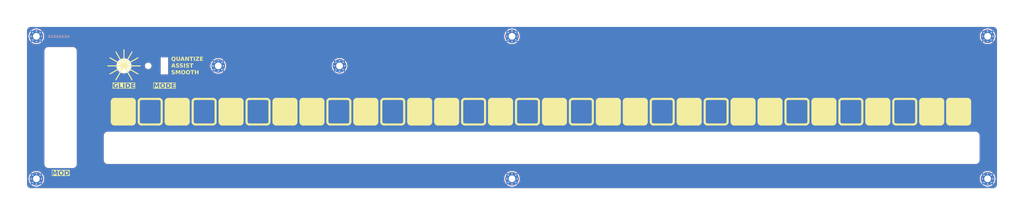
<source format=kicad_pcb>
(kicad_pcb (version 20221018) (generator pcbnew)
  (title_block (title "Ribbon Controller Front Panel") (date "2023-03-28") (rev "0") (comment 1 "creativecommons.org/licenses/by/4.0/") (comment 2 "License: CC by 4.0") (comment 3 "Author: Jordan Aceto"))
  (layers (0 "F.Cu" signal) (31 "B.Cu" signal) (34 "B.Paste" user) (35 "F.Paste" user) (36 "B.SilkS" user "B.Silkscreen") (37 "F.SilkS" user "F.Silkscreen") (38 "B.Mask" user) (39 "F.Mask" user) (44 "Edge.Cuts" user))
  (net 0 "")
  (net 1 "GND")
  (footprint "MountingHole:MountingHole_3.2mm_M3_Pad_Via" (layer "F.Cu") (at 143.51 173.355)
    (fp_text reference "H7" hide)
    (fp_text value "MountingHole_Pad" hide)
    (pad "1" thru_hole circle (at -2.4 0) (size 0.8 0.8) (drill 0.5) (layers "*.Cu" "*.Mask") (net 1 "GND"))
    (pad "1" thru_hole circle (at -1.697056 -1.697056) (size 0.8 0.8) (drill 0.5) (layers "*.Cu" "*.Mask") (net 1 "GND"))
    (pad "1" thru_hole circle (at -1.697056 1.697056) (size 0.8 0.8) (drill 0.5) (layers "*.Cu" "*.Mask") (net 1 "GND"))
    (pad "1" thru_hole circle (at 0 -2.4) (size 0.8 0.8) (drill 0.5) (layers "*.Cu" "*.Mask") (net 1 "GND"))
    (pad "1" thru_hole circle (at 0 0) (size 6.4 6.4) (drill 3.2) (layers "*.Cu" "*.Mask") (net 1 "GND"))
    (pad "1" thru_hole circle (at 0 2.4) (size 0.8 0.8) (drill 0.5) (layers "*.Cu" "*.Mask") (net 1 "GND"))
    (pad "1" thru_hole circle (at 1.697056 -1.697056) (size 0.8 0.8) (drill 0.5) (layers "*.Cu" "*.Mask") (net 1 "GND"))
    (pad "1" thru_hole circle (at 1.697056 1.697056) (size 0.8 0.8) (drill 0.5) (layers "*.Cu" "*.Mask") (net 1 "GND"))
    (pad "1" thru_hole circle (at 2.4 0) (size 0.8 0.8) (drill 0.5) (layers "*.Cu" "*.Mask") (net 1 "GND"))
  )
  (footprint "MountingHole:MountingHole_3.2mm_M3_Pad_Via" (layer "F.Cu") (at 200.66 173.355)
    (fp_text reference "H8" hide)
    (fp_text value "MountingHole_Pad" hide)
    (pad "1" thru_hole circle (at -2.4 0) (size 0.8 0.8) (drill 0.5) (layers "*.Cu" "*.Mask") (net 1 "GND"))
    (pad "1" thru_hole circle (at -1.697056 -1.697056) (size 0.8 0.8) (drill 0.5) (layers "*.Cu" "*.Mask") (net 1 "GND"))
    (pad "1" thru_hole circle (at -1.697056 1.697056) (size 0.8 0.8) (drill 0.5) (layers "*.Cu" "*.Mask") (net 1 "GND"))
    (pad "1" thru_hole circle (at 0 -2.4) (size 0.8 0.8) (drill 0.5) (layers "*.Cu" "*.Mask") (net 1 "GND"))
    (pad "1" thru_hole circle (at 0 0) (size 6.4 6.4) (drill 3.2) (layers "*.Cu" "*.Mask") (net 1 "GND"))
    (pad "1" thru_hole circle (at 0 2.4) (size 0.8 0.8) (drill 0.5) (layers "*.Cu" "*.Mask") (net 1 "GND"))
    (pad "1" thru_hole circle (at 1.697056 -1.697056) (size 0.8 0.8) (drill 0.5) (layers "*.Cu" "*.Mask") (net 1 "GND"))
    (pad "1" thru_hole circle (at 1.697056 1.697056) (size 0.8 0.8) (drill 0.5) (layers "*.Cu" "*.Mask") (net 1 "GND"))
    (pad "1" thru_hole circle (at 2.4 0) (size 0.8 0.8) (drill 0.5) (layers "*.Cu" "*.Mask") (net 1 "GND"))
  )
  (footprint "MountingHole:MountingHole_3.2mm_M3_Pad_Via" (layer "F.Cu") (at 281.94 226.695)
    (fp_text reference "H4" hide)
    (fp_text value "MountingHole_Pad" hide)
    (pad "1" thru_hole circle (at -2.4 0) (size 0.8 0.8) (drill 0.5) (layers "*.Cu" "*.Mask") (net 1 "GND"))
    (pad "1" thru_hole circle (at -1.697056 -1.697056) (size 0.8 0.8) (drill 0.5) (layers "*.Cu" "*.Mask") (net 1 "GND"))
    (pad "1" thru_hole circle (at -1.697056 1.697056) (size 0.8 0.8) (drill 0.5) (layers "*.Cu" "*.Mask") (net 1 "GND"))
    (pad "1" thru_hole circle (at 0 -2.4) (size 0.8 0.8) (drill 0.5) (layers "*.Cu" "*.Mask") (net 1 "GND"))
    (pad "1" thru_hole circle (at 0 0) (size 6.4 6.4) (drill 3.2) (layers "*.Cu" "*.Mask") (net 1 "GND"))
    (pad "1" thru_hole circle (at 0 2.4) (size 0.8 0.8) (drill 0.5) (layers "*.Cu" "*.Mask") (net 1 "GND"))
    (pad "1" thru_hole circle (at 1.697056 -1.697056) (size 0.8 0.8) (drill 0.5) (layers "*.Cu" "*.Mask") (net 1 "GND"))
    (pad "1" thru_hole circle (at 1.697056 1.697056) (size 0.8 0.8) (drill 0.5) (layers "*.Cu" "*.Mask") (net 1 "GND"))
    (pad "1" thru_hole circle (at 2.4 0) (size 0.8 0.8) (drill 0.5) (layers "*.Cu" "*.Mask") (net 1 "GND"))
  )
  (footprint "MountingHole:MountingHole_3.2mm_M3_Pad_Via" (layer "F.Cu") (at 506.095 226.695)
    (fp_text reference "H6" hide)
    (fp_text value "MountingHole_Pad" hide)
    (pad "1" thru_hole circle (at -2.4 0) (size 0.8 0.8) (drill 0.5) (layers "*.Cu" "*.Mask") (net 1 "GND"))
    (pad "1" thru_hole circle (at -1.697056 -1.697056) (size 0.8 0.8) (drill 0.5) (layers "*.Cu" "*.Mask") (net 1 "GND"))
    (pad "1" thru_hole circle (at -1.697056 1.697056) (size 0.8 0.8) (drill 0.5) (layers "*.Cu" "*.Mask") (net 1 "GND"))
    (pad "1" thru_hole circle (at 0 -2.4) (size 0.8 0.8) (drill 0.5) (layers "*.Cu" "*.Mask") (net 1 "GND"))
    (pad "1" thru_hole circle (at 0 0) (size 6.4 6.4) (drill 3.2) (layers "*.Cu" "*.Mask") (net 1 "GND"))
    (pad "1" thru_hole circle (at 0 2.4) (size 0.8 0.8) (drill 0.5) (layers "*.Cu" "*.Mask") (net 1 "GND"))
    (pad "1" thru_hole circle (at 1.697056 -1.697056) (size 0.8 0.8) (drill 0.5) (layers "*.Cu" "*.Mask") (net 1 "GND"))
    (pad "1" thru_hole circle (at 1.697056 1.697056) (size 0.8 0.8) (drill 0.5) (layers "*.Cu" "*.Mask") (net 1 "GND"))
    (pad "1" thru_hole circle (at 2.4 0) (size 0.8 0.8) (drill 0.5) (layers "*.Cu" "*.Mask") (net 1 "GND"))
  )
  (footprint "MountingHole:MountingHole_3.2mm_M3_Pad_Via" (layer "F.Cu") (at 57.785 159.385)
    (fp_text reference "H1" hide)
    (fp_text value "MountingHole_Pad" hide)
    (pad "1" thru_hole circle (at -2.4 0) (size 0.8 0.8) (drill 0.5) (layers "*.Cu" "*.Mask") (net 1 "GND"))
    (pad "1" thru_hole circle (at -1.697056 -1.697056) (size 0.8 0.8) (drill 0.5) (layers "*.Cu" "*.Mask") (net 1 "GND"))
    (pad "1" thru_hole circle (at -1.697056 1.697056) (size 0.8 0.8) (drill 0.5) (layers "*.Cu" "*.Mask") (net 1 "GND"))
    (pad "1" thru_hole circle (at 0 -2.4) (size 0.8 0.8) (drill 0.5) (layers "*.Cu" "*.Mask") (net 1 "GND"))
    (pad "1" thru_hole circle (at 0 0) (size 6.4 6.4) (drill 3.2) (layers "*.Cu" "*.Mask") (net 1 "GND"))
    (pad "1" thru_hole circle (at 0 2.4) (size 0.8 0.8) (drill 0.5) (layers "*.Cu" "*.Mask") (net 1 "GND"))
    (pad "1" thru_hole circle (at 1.697056 -1.697056) (size 0.8 0.8) (drill 0.5) (layers "*.Cu" "*.Mask") (net 1 "GND"))
    (pad "1" thru_hole circle (at 1.697056 1.697056) (size 0.8 0.8) (drill 0.5) (layers "*.Cu" "*.Mask") (net 1 "GND"))
    (pad "1" thru_hole circle (at 2.4 0) (size 0.8 0.8) (drill 0.5) (layers "*.Cu" "*.Mask") (net 1 "GND"))
  )
  (footprint "MountingHole:MountingHole_3.2mm_M3_Pad_Via" (layer "F.Cu") (at 506.095 159.385)
    (fp_text reference "H5" hide)
    (fp_text value "MountingHole_Pad" hide)
    (pad "1" thru_hole circle (at -2.4 0) (size 0.8 0.8) (drill 0.5) (layers "*.Cu" "*.Mask") (net 1 "GND"))
    (pad "1" thru_hole circle (at -1.697056 -1.697056) (size 0.8 0.8) (drill 0.5) (layers "*.Cu" "*.Mask") (net 1 "GND"))
    (pad "1" thru_hole circle (at -1.697056 1.697056) (size 0.8 0.8) (drill 0.5) (layers "*.Cu" "*.Mask") (net 1 "GND"))
    (pad "1" thru_hole circle (at 0 -2.4) (size 0.8 0.8) (drill 0.5) (layers "*.Cu" "*.Mask") (net 1 "GND"))
    (pad "1" thru_hole circle (at 0 0) (size 6.4 6.4) (drill 3.2) (layers "*.Cu" "*.Mask") (net 1 "GND"))
    (pad "1" thru_hole circle (at 0 2.4) (size 0.8 0.8) (drill 0.5) (layers "*.Cu" "*.Mask") (net 1 "GND"))
    (pad "1" thru_hole circle (at 1.697056 -1.697056) (size 0.8 0.8) (drill 0.5) (layers "*.Cu" "*.Mask") (net 1 "GND"))
    (pad "1" thru_hole circle (at 1.697056 1.697056) (size 0.8 0.8) (drill 0.5) (layers "*.Cu" "*.Mask") (net 1 "GND"))
    (pad "1" thru_hole circle (at 2.4 0) (size 0.8 0.8) (drill 0.5) (layers "*.Cu" "*.Mask") (net 1 "GND"))
  )
  (footprint "MountingHole:MountingHole_3.2mm_M3_Pad_Via" (layer "F.Cu") (at 281.94 159.385)
    (fp_text reference "H3" hide)
    (fp_text value "MountingHole_Pad" hide)
    (pad "1" thru_hole circle (at -2.4 0) (size 0.8 0.8) (drill 0.5) (layers "*.Cu" "*.Mask") (net 1 "GND"))
    (pad "1" thru_hole circle (at -1.697056 -1.697056) (size 0.8 0.8) (drill 0.5) (layers "*.Cu" "*.Mask") (net 1 "GND"))
    (pad "1" thru_hole circle (at -1.697056 1.697056) (size 0.8 0.8) (drill 0.5) (layers "*.Cu" "*.Mask") (net 1 "GND"))
    (pad "1" thru_hole circle (at 0 -2.4) (size 0.8 0.8) (drill 0.5) (layers "*.Cu" "*.Mask") (net 1 "GND"))
    (pad "1" thru_hole circle (at 0 0) (size 6.4 6.4) (drill 3.2) (layers "*.Cu" "*.Mask") (net 1 "GND"))
    (pad "1" thru_hole circle (at 0 2.4) (size 0.8 0.8) (drill 0.5) (layers "*.Cu" "*.Mask") (net 1 "GND"))
    (pad "1" thru_hole circle (at 1.697056 -1.697056) (size 0.8 0.8) (drill 0.5) (layers "*.Cu" "*.Mask") (net 1 "GND"))
    (pad "1" thru_hole circle (at 1.697056 1.697056) (size 0.8 0.8) (drill 0.5) (layers "*.Cu" "*.Mask") (net 1 "GND"))
    (pad "1" thru_hole circle (at 2.4 0) (size 0.8 0.8) (drill 0.5) (layers "*.Cu" "*.Mask") (net 1 "GND"))
  )
  (footprint "MountingHole:MountingHole_3.2mm_M3_Pad_Via" (layer "F.Cu") (at 57.785 226.695)
    (fp_text reference "H2" hide)
    (fp_text value "MountingHole_Pad" hide)
    (pad "1" thru_hole circle (at -2.4 0) (size 0.8 0.8) (drill 0.5) (layers "*.Cu" "*.Mask") (net 1 "GND"))
    (pad "1" thru_hole circle (at -1.697056 -1.697056) (size 0.8 0.8) (drill 0.5) (layers "*.Cu" "*.Mask") (net 1 "GND"))
    (pad "1" thru_hole circle (at -1.697056 1.697056) (size 0.8 0.8) (drill 0.5) (layers "*.Cu" "*.Mask") (net 1 "GND"))
    (pad "1" thru_hole circle (at 0 -2.4) (size 0.8 0.8) (drill 0.5) (layers "*.Cu" "*.Mask") (net 1 "GND"))
    (pad "1" thru_hole circle (at 0 0) (size 6.4 6.4) (drill 3.2) (layers "*.Cu" "*.Mask") (net 1 "GND"))
    (pad "1" thru_hole circle (at 0 2.4) (size 0.8 0.8) (drill 0.5) (layers "*.Cu" "*.Mask") (net 1 "GND"))
    (pad "1" thru_hole circle (at 1.697056 -1.697056) (size 0.8 0.8) (drill 0.5) (layers "*.Cu" "*.Mask") (net 1 "GND"))
    (pad "1" thru_hole circle (at 1.697056 1.697056) (size 0.8 0.8) (drill 0.5) (layers "*.Cu" "*.Mask") (net 1 "GND"))
    (pad "1" thru_hole circle (at 2.4 0) (size 0.8 0.8) (drill 0.5) (layers "*.Cu" "*.Mask") (net 1 "GND"))
  )
  (gr_line (start 255.27 201.031974) (end 247.015 201.031974) (stroke (width 1)) (layer "F.SilkS"))
  (gr_arc (start 221.615 201.031974) (mid 220.716984 200.659998) (end 220.345 199.761974) (stroke (width 1)) (layer "F.SilkS"))
  (gr_arc (start 259.715 201.031974) (mid 258.816984 200.659998) (end 258.445 199.761974) (stroke (width 1)) (layer "F.SilkS"))
  (gr_arc (start 258.445 190.236974) (mid 258.816984 189.338965) (end 259.715 188.966974) (stroke (width 1)) (layer "F.SilkS"))
  (gr_arc (start 242.57 188.966974) (mid 243.468035 189.338947) (end 243.84 190.236974) (stroke (width 1)) (layer "F.SilkS"))
  (gr_rect (start 144.516974 189.338948) (end 154.568027 200.660001) (stroke (width 1)) (fill none) (layer "F.SilkS"))
  (gr_rect (start 233.416974 189.338948) (end 243.468027 200.660001) (stroke (width 1)) (fill solid) (layer "F.SilkS"))
  (gr_arc (start 256.54 199.761974) (mid 256.168035 200.660016) (end 255.27 201.031974) (stroke (width 1)) (layer "F.SilkS"))
  (gr_line (start 194.945 190.236974) (end 194.945 199.761974) (stroke (width 1)) (layer "F.SilkS"))
  (gr_line (start 220.345 190.236974) (end 220.345 199.761974) (stroke (width 1)) (layer "F.SilkS"))
  (gr_arc (start 372.745 190.236974) (mid 373.116984 189.338965) (end 374.015 188.966974) (stroke (width 1)) (layer "F.SilkS"))
  (gr_rect (start 487.416974 189.338948) (end 497.468027 200.660001) (stroke (width 1)) (fill solid) (layer "F.SilkS"))
  (gr_rect (start 360.416974 189.338948) (end 370.468027 200.660001) (stroke (width 1)) (fill solid) (layer "F.SilkS"))
  (gr_rect (start 296.916974 189.338948) (end 306.968027 200.660001) (stroke (width 1)) (fill none) (layer "F.SilkS"))
  (gr_arc (start 360.045 190.236974) (mid 360.416984 189.338965) (end 361.315 188.966974) (stroke (width 1)) (layer "F.SilkS"))
  (gr_arc (start 459.74 199.761974) (mid 459.368035 200.660016) (end 458.47 201.031974) (stroke (width 1)) (layer "F.SilkS"))
  (gr_arc (start 344.17 188.966974) (mid 345.068035 189.338947) (end 345.44 190.236974) (stroke (width 1)) (layer "F.SilkS"))
  (gr_rect (start 487.416974 189.338948) (end 497.468027 200.660001) (stroke (width 1)) (fill none) (layer "F.SilkS"))
  (gr_arc (start 129.54 199.761974) (mid 129.168035 200.660016) (end 128.27 201.031974) (stroke (width 1)) (layer "F.SilkS"))
  (gr_line (start 306.07 188.966974) (end 297.815 188.966974) (stroke (width 1)) (layer "F.SilkS"))
  (gr_arc (start 220.345 190.236974) (mid 220.716984 189.338965) (end 221.615 188.966974) (stroke (width 1)) (layer "F.SilkS"))
  (gr_line (start 369.57 188.966974) (end 361.315 188.966974) (stroke (width 1)) (layer "F.SilkS"))
  (gr_arc (start 334.645 190.236974) (mid 335.016984 189.338965) (end 335.915 188.966974) (stroke (width 1)) (layer "F.SilkS"))
  (gr_line (start 129.54 190.236974) (end 129.54 199.761974) (stroke (width 1)) (layer "F.SilkS"))
  (gr_arc (start 497.84 199.761974) (mid 497.468035 200.660016) (end 496.57 201.031974) (stroke (width 1)) (layer "F.SilkS"))
  (gr_arc (start 496.57 188.966974) (mid 497.468035 189.338947) (end 497.84 190.236974) (stroke (width 1)) (layer "F.SilkS"))
  (gr_arc (start 385.445 190.236974) (mid 385.816984 189.338965) (end 386.715 188.966974) (stroke (width 1)) (layer "F.SilkS"))
  (gr_arc (start 370.84 199.761974) (mid 370.468035 200.660016) (end 369.57 201.031974) (stroke (width 1)) (layer "F.SilkS"))
  (gr_arc (start 269.24 199.761974) (mid 268.868035 200.660016) (end 267.97 201.031974) (stroke (width 1)) (layer "F.SilkS"))
  (gr_line (start 191.77 201.031974) (end 183.515 201.031974) (stroke (width 1)) (layer "F.SilkS"))
  (gr_rect (start 423.916974 189.338948) (end 433.968027 200.660001) (stroke (width 1)) (fill none) (layer "F.SilkS"))
  (gr_line (start 128.27 201.031974) (end 120.015 201.031974) (stroke (width 1)) (layer "F.SilkS"))
  (gr_line (start 217.17 188.966974) (end 208.915 188.966974) (stroke (width 1)) (layer "F.SilkS"))
  (gr_line (start 154.94 190.236974) (end 154.94 199.761974) (stroke (width 1)) (layer "F.SilkS"))
  (gr_line (start 99.06 173.355) (end 92.460886 177.165) (stroke (width 0.5)) (layer "F.SilkS"))
  (gr_line (start 99.06 173.355) (end 105.659114 177.165) (stroke (width 0.5)) (layer "F.SilkS"))
  (gr_line (start 459.74 190.236974) (end 459.74 199.761974) (stroke (width 1)) (layer "F.SilkS"))
  (gr_arc (start 347.345 190.236974) (mid 347.716984 189.338965) (end 348.615 188.966974) (stroke (width 1)) (layer "F.SilkS"))
  (gr_line (start 487.045 190.236974) (end 487.045 199.761974) (stroke (width 1)) (layer "F.SilkS"))
  (gr_line (start 283.845 190.236974) (end 283.845 199.761974) (stroke (width 1)) (layer "F.SilkS"))
  (gr_line (start 180.34 190.236974) (end 180.34 199.761974) (stroke (width 1)) (layer "F.SilkS"))
  (gr_line (start 331.47 201.031974) (end 323.215 201.031974) (stroke (width 1)) (layer "F.SilkS"))
  (gr_line (start 99.06 173.355) (end 99.06 165.735) (stroke (width 0.5)) (layer "F.SilkS"))
  (gr_rect (start 93.716974 189.338948) (end 103.768027 200.660001) (stroke (width 1)) (fill none) (layer "F.SilkS"))
  (gr_rect (start 169.916974 189.338948) (end 179.968027 200.660001) (stroke (width 1)) (fill none) (layer "F.SilkS"))
  (gr_line (start 99.06 173.355) (end 102.87 166.755886) (stroke (width 0.5)) (layer "F.SilkS"))
  (gr_line (start 471.17 201.031974) (end 462.915 201.031974) (stroke (width 1)) (layer "F.SilkS"))
  (gr_arc (start 321.945 190.236974) (mid 322.316984 189.338965) (end 323.215 188.966974) (stroke (width 1)) (layer "F.SilkS"))
  (gr_arc (start 229.87 188.966974) (mid 230.768035 189.338947) (end 231.14 190.236974) (stroke (width 1)) (layer "F.SilkS"))
  (gr_arc (start 306.07 188.966974) (mid 306.968035 189.338947) (end 307.34 190.236974) (stroke (width 1)) (layer "F.SilkS"))
  (gr_arc (start 294.64 199.761974) (mid 294.268035 200.660016) (end 293.37 201.031974) (stroke (width 1)) (layer "F.SilkS"))
  (gr_arc (start 394.97 188.966974) (mid 395.868035 189.338947) (end 396.24 190.236974) (stroke (width 1)) (layer "F.SilkS"))
  (gr_line (start 474.345 190.236974) (end 474.345 199.761974) (stroke (width 1)) (layer "F.SilkS"))
  (gr_line (start 281.94 190.236974) (end 281.94 199.761974) (stroke (width 1)) (layer "F.SilkS"))
  (gr_arc (start 345.44 199.761974) (mid 345.068035 200.660016) (end 344.17 201.031974) (stroke (width 1)) (layer "F.SilkS"))
  (gr_line (start 99.06 173.355) (end 95.25 179.954114) (stroke (width 0.5)) (layer "F.SilkS"))
  (gr_line (start 496.57 201.031974) (end 488.315 201.031974) (stroke (width 1)) (layer "F.SilkS"))
  (gr_arc (start 447.04 199.761974) (mid 446.668035 200.660016) (end 445.77 201.031974) (stroke (width 1)) (layer "F.SilkS"))
  (gr_line (start 382.27 188.966974) (end 374.015 188.966974) (stroke (width 1)) (layer "F.SilkS"))
  (gr_rect (start 208.016974 189.338948) (end 218.068027 200.660001) (stroke (width 1)) (fill solid) (layer "F.SilkS"))
  (gr_arc (start 285.115 201.031974) (mid 284.216984 200.659998) (end 283.845 199.761974) (stroke (width 1)) (layer "F.SilkS"))
  (gr_arc (start 144.145 190.236974) (mid 144.516984 189.338965) (end 145.415 188.966974) (stroke (width 1)) (layer "F.SilkS"))
  (gr_arc (start 233.045 190.236974) (mid 233.416984 189.338965) (end 234.315 188.966974) (stroke (width 1)) (layer "F.SilkS"))
  (gr_line (start 193.04 190.236974) (end 193.04 199.761974) (stroke (width 1)) (layer "F.SilkS"))
  (gr_rect (start 271.516974 189.338948) (end 281.568027 200.660001) (stroke (width 1)) (fill none) (layer "F.SilkS"))
  (gr_rect (start 93.716974 189.338948) (end 103.768027 200.660001) (stroke (width 1)) (fill solid) (layer "F.SilkS"))
  (gr_line (start 410.845 190.236974) (end 410.845 199.761974) (stroke (width 1)) (layer "F.SilkS"))
  (gr_arc (start 412.115 201.031974) (mid 411.216984 200.659998) (end 410.845 199.761974) (stroke (width 1)) (layer "F.SilkS"))
  (gr_line (start 496.57 188.966974) (end 488.315 188.966974) (stroke (width 1)) (layer "F.SilkS"))
  (gr_line (start 258.445 190.236974) (end 258.445 199.761974) (stroke (width 1)) (layer "F.SilkS"))
  (gr_line (start 433.07 201.031974) (end 424.815 201.031974) (stroke (width 1)) (layer "F.SilkS"))
  (gr_arc (start 116.84 199.761974) (mid 116.468035 200.660016) (end 115.57 201.031974) (stroke (width 1)) (layer "F.SilkS"))
  (gr_line (start 179.07 201.031974) (end 170.815 201.031974) (stroke (width 1)) (layer "F.SilkS"))
  (gr_line (start 217.17 201.031974) (end 208.915 201.031974) (stroke (width 1)) (layer "F.SilkS"))
  (gr_rect (start 169.916974 189.338948) (end 179.968027 200.660001) (stroke (width 1)) (fill solid) (layer "F.SilkS"))
  (gr_arc (start 107.315 201.031974) (mid 106.416984 200.659998) (end 106.045 199.761974) (stroke (width 1)) (layer "F.SilkS"))
  (gr_arc (start 118.745 190.236974) (mid 119.116984 189.338965) (end 120.015 188.966974) (stroke (width 1)) (layer "F.SilkS"))
  (gr_line (start 296.545 190.236974) (end 296.545 199.761974) (stroke (width 1)) (layer "F.SilkS"))
  (gr_arc (start 309.245 190.236974) (mid 309.616984 189.338965) (end 310.515 188.966974) (stroke (width 1)) (layer "F.SilkS"))
  (gr_arc (start 320.04 199.761974) (mid 319.668035 200.660016) (end 318.77 201.031974) (stroke (width 1)) (layer "F.SilkS"))
  (gr_line (start 318.77 188.966974) (end 310.515 188.966974) (stroke (width 1)) (layer "F.SilkS"))
  (gr_rect (start 322.316974 189.338948) (end 332.368027 200.660001) (stroke (width 1)) (fill none) (layer "F.SilkS"))
  (gr_line (start 115.57 188.966974) (end 107.315 188.966974) (stroke (width 1)) (layer "F.SilkS"))
  (gr_arc (start 102.87 188.966974) (mid 103.768035 189.338947) (end 104.14 190.236974) (stroke (width 1)) (layer "F.SilkS"))
  (gr_rect (start 246.116974 189.338948) (end 256.168027 200.660001) (stroke (width 1)) (fill none) (layer "F.SilkS"))
  (gr_arc (start 293.37 188.966974) (mid 294.268035 189.338947) (end 294.64 190.236974) (stroke (width 1)) (layer "F.SilkS"))
  (gr_line (start 445.77 188.966974) (end 437.515 188.966974) (stroke (width 1)) (layer "F.SilkS"))
  (gr_line (start 102.87 188.966974) (end 94.615 188.966974) (stroke (width 1)) (layer "F.SilkS"))
  (gr_line (start 179.07 188.966974) (end 170.815 188.966974) (stroke (width 1)) (layer "F.SilkS"))
  (gr_line (start 280.67 201.031974) (end 272.415 201.031974) (stroke (width 1)) (layer "F.SilkS"))
  (gr_line (start 99.06 173.355) (end 92.460886 169.545) (stroke (width 0.5)) (layer "F.SilkS"))
  (gr_arc (start 120.015 201.031974) (mid 119.116984 200.659998) (end 118.745 199.761974) (stroke (width 1)) (layer "F.SilkS"))
  (gr_rect (start 423.916974 189.338948) (end 433.968027 200.660001) (stroke (width 1)) (fill solid) (layer "F.SilkS"))
  (gr_rect (start 271.516974 189.338948) (end 281.568027 200.660001) (stroke (width 1)) (fill solid) (layer "F.SilkS"))
  (gr_rect (start 233.416974 189.338948) (end 243.468027 200.660001) (stroke (width 1)) (fill none) (layer "F.SilkS"))
  (gr_line (start 321.945 190.236974) (end 321.945 199.761974) (stroke (width 1)) (layer "F.SilkS"))
  (gr_line (start 99.06 173.355) (end 102.87 179.954114) (stroke (width 0.5)) (layer "F.SilkS"))
  (gr_arc (start 115.57 188.966974) (mid 116.468035 189.338947) (end 116.84 190.236974) (stroke (width 1)) (layer "F.SilkS"))
  (gr_arc (start 331.47 188.966974) (mid 332.368035 189.338947) (end 332.74 190.236974) (stroke (width 1)) (layer "F.SilkS"))
  (gr_line (start 385.445 190.236974) (end 385.445 199.761974) (stroke (width 1)) (layer "F.SilkS"))
  (gr_line (start 229.87 188.966974) (end 221.615 188.966974) (stroke (width 1)) (layer "F.SilkS"))
  (gr_line (start 207.645 190.236974) (end 207.645 199.761974) (stroke (width 1)) (layer "F.SilkS"))
  (gr_arc (start 475.615 201.031974) (mid 474.716984 200.659998) (end 474.345 199.761974) (stroke (width 1)) (layer "F.SilkS"))
  (gr_arc (start 104.14 199.761974) (mid 103.768035 200.660016) (end 102.87 201.031974) (stroke (width 1)) (layer "F.SilkS"))
  (gr_line (start 280.67 188.966974) (end 272.415 188.966974) (stroke (width 1)) (layer "F.SilkS"))
  (gr_arc (start 461.645 190.236974) (mid 462.016984 189.338965) (end 462.915 188.966974) (stroke (width 1)) (layer "F.SilkS"))
  (gr_line (start 320.04 190.236974) (end 320.04 199.761974) (stroke (width 1)) (layer "F.SilkS"))
  (gr_line (start 483.87 201.031974) (end 475.615 201.031974) (stroke (width 1)) (layer "F.SilkS"))
  (gr_arc (start 245.745 190.236974) (mid 246.116984 189.338965) (end 247.015 188.966974) (stroke (width 1)) (layer "F.SilkS"))
  (gr_line (start 420.37 188.966974) (end 412.115 188.966974) (stroke (width 1)) (layer "F.SilkS"))
  (gr_arc (start 296.545 190.236974) (mid 296.916984 189.338965) (end 297.815 188.966974) (stroke (width 1)) (layer "F.SilkS"))
  (gr_rect (start 398.516974 189.338948) (end 408.568027 200.660001) (stroke (width 1)) (fill none) (layer "F.SilkS"))
  (gr_rect (start 322.316974 189.338948) (end 332.368027 200.660001) (stroke (width 1)) (fill solid) (layer "F.SilkS"))
  (gr_arc (start 140.97 188.966974) (mid 141.868035 189.338947) (end 142.24 190.236974) (stroke (width 1)) (layer "F.SilkS"))
  (gr_line (start 420.37 201.031974) (end 412.115 201.031974) (stroke (width 1)) (layer "F.SilkS"))
  (gr_arc (start 153.67 188.966974) (mid 154.568035 189.338947) (end 154.94 190.236974) (stroke (width 1)) (layer "F.SilkS"))
  (gr_line (start 483.87 188.966974) (end 475.615 188.966974) (stroke (width 1)) (layer "F.SilkS"))
  (gr_line (start 306.07 201.031974) (end 297.815 201.031974) (stroke (width 1)) (layer "F.SilkS"))
  (gr_arc (start 382.27 188.966974) (mid 383.168035 189.338947) (end 383.54 190.236974) (stroke (width 1)) (layer "F.SilkS"))
  (gr_arc (start 142.24 199.761974) (mid 141.868035 200.660016) (end 140.97 201.031974) (stroke (width 1)) (layer "F.SilkS"))
  (gr_arc (start 132.715 201.031974) (mid 131.816984 200.659998) (end 131.445 199.761974) (stroke (width 1)) (layer "F.SilkS"))
  (gr_rect (start 182.616974 189.338948) (end 192.668027 200.660001) (stroke (width 1)) (fill none) (layer "F.SilkS"))
  (gr_arc (start 434.34 199.761974) (mid 433.968035 200.660016) (end 433.07 201.031974) (stroke (width 1)) (layer "F.SilkS"))
  (gr_line (start 106.045 190.236974) (end 106.045 199.761974) (stroke (width 1)) (layer "F.SilkS"))
  (gr_arc (start 436.245 190.236974) (mid 436.616984 189.338965) (end 437.515 188.966974) (stroke (width 1)) (layer "F.SilkS"))
  (gr_arc (start 106.045 190.236974) (mid 106.416984 189.338965) (end 107.315 188.966974) (stroke (width 1)) (layer "F.SilkS"))
  (gr_line (start 448.945 190.236974) (end 448.945 199.761974) (stroke (width 1)) (layer "F.SilkS"))
  (gr_arc (start 483.87 188.966974) (mid 484.768035 189.338947) (end 485.14 190.236974) (stroke (width 1)) (layer "F.SilkS"))
  (gr_rect (start 360.416974 189.338948) (end 370.468027 200.660001) (stroke (width 1)) (fill none) (layer "F.SilkS"))
  (gr_line (start 191.77 188.966974) (end 183.515 188.966974) (stroke (width 1)) (layer "F.SilkS"))
  (gr_line (start 267.97 201.031974) (end 259.715 201.031974) (stroke (width 1)) (layer "F.SilkS"))
  (gr_line (start 128.27 188.966974) (end 120.015 188.966974) (stroke (width 1)) (layer "F.SilkS"))
  (gr_arc (start 247.015 201.031974) (mid 246.116984 200.659998) (end 245.745 199.761974) (stroke (width 1)) (layer "F.SilkS"))
  (gr_arc (start 208.915 201.031974) (mid 208.016984 200.659998) (end 207.645 199.761974) (stroke (width 1)) (layer "F.SilkS"))
  (gr_line (start 294.64 190.236974) (end 294.64 199.761974) (stroke (width 1)) (layer "F.SilkS"))
  (gr_line (start 360.045 190.236974) (end 360.045 199.761974) (stroke (width 1)) (layer "F.SilkS"))
  (gr_arc (start 158.115 201.031974) (mid 157.216984 200.659998) (end 156.845 199.761974) (stroke (width 1)) (layer "F.SilkS"))
  (gr_arc (start 218.44 199.761974) (mid 218.068035 200.660016) (end 217.17 201.031974) (stroke (width 1)) (layer "F.SilkS"))
  (gr_line (start 447.04 190.236974) (end 447.04 199.761974) (stroke (width 1)) (layer "F.SilkS"))
  (gr_arc (start 154.94 199.761974) (mid 154.568035 200.660016) (end 153.67 201.031974) (stroke (width 1)) (layer "F.SilkS"))
  (gr_line (start 370.84 190.236974) (end 370.84 199.761974) (stroke (width 1)) (layer "F.SilkS"))
  (gr_arc (start 196.215 201.031974) (mid 195.316984 200.659998) (end 194.945 199.761974) (stroke (width 1)) (layer "F.SilkS"))
  (gr_line (start 421.64 190.236974) (end 421.64 199.761974) (stroke (width 1)) (layer "F.SilkS"))
  (gr_line (start 332.74 190.236974) (end 332.74 199.761974) (stroke (width 1)) (layer "F.SilkS"))
  (gr_arc (start 156.845 190.236974) (mid 157.216984 189.338965) (end 158.115 188.966974) (stroke (width 1)) (layer "F.SilkS"))
  (gr_line (start 396.24 190.236974) (end 396.24 199.761974) (stroke (width 1)) (layer "F.SilkS"))
  (gr_arc (start 369.57 188.966974) (mid 370.468035 189.338947) (end 370.84 190.236974) (stroke (width 1)) (layer "F.SilkS"))
  (gr_arc (start 420.37 188.966974) (mid 421.268035 189.338947) (end 421.64 190.236974) (stroke (width 1)) (layer "F.SilkS"))
  (gr_line (start 102.87 201.031974) (end 94.615 201.031974) (stroke (width 1)) (layer "F.SilkS"))
  (gr_line (start 99.06 173.355) (end 106.68 173.355) (stroke (width 0.5)) (layer "F.SilkS"))
  (gr_line (start 471.17 188.966974) (end 462.915 188.966974) (stroke (width 1)) (layer "F.SilkS"))
  (gr_line (start 118.745 190.236974) (end 118.745 199.761974) (stroke (width 1)) (layer "F.SilkS"))
  (gr_arc (start 93.345 190.236974) (mid 93.716984 189.338965) (end 94.615 188.966974) (stroke (width 1)) (layer "F.SilkS"))
  (gr_arc (start 433.07 188.966974) (mid 433.968035 189.338947) (end 434.34 190.236974) (stroke (width 1)) (layer "F.SilkS"))
  (gr_rect (start 296.916974 189.338948) (end 306.968027 200.660001) (stroke (width 1)) (fill solid) (layer "F.SilkS"))
  (gr_arc (start 167.64 199.761974) (mid 167.268035 200.660016) (end 166.37 201.031974) (stroke (width 1)) (layer "F.SilkS"))
  (gr_rect (start 119.116974 189.338948) (end 129.168027 200.660001) (stroke (width 1)) (fill solid) (layer "F.SilkS"))
  (gr_rect (start 385.816974 189.338948) (end 395.868027 200.660001) (stroke (width 1)) (fill solid) (layer "F.SilkS"))
  (gr_arc (start 182.245 190.236974) (mid 182.616984 189.338965) (end 183.515 188.966974) (stroke (width 1)) (layer "F.SilkS"))
  (gr_line (start 271.145 190.236974) (end 271.145 199.761974) (stroke (width 1)) (layer "F.SilkS"))
  (gr_arc (start 281.94 199.761974) (mid 281.568035 200.660016) (end 280.67 201.031974) (stroke (width 1)) (layer "F.SilkS"))
  (gr_arc (start 348.615 201.031974) (mid 347.716984 200.659998) (end 347.345 199.761974) (stroke (width 1)) (layer "F.SilkS"))
  (gr_line (start 309.245 190.236974) (end 309.245 199.761974) (stroke (width 1)) (layer "F.SilkS"))
  (gr_rect (start 449.316974 189.338948) (end 459.368027 200.660001) (stroke (width 1)) (fill none) (layer "F.SilkS"))
  (gr_line (start 307.34 190.236974) (end 307.34 199.761974) (stroke (width 1)) (layer "F.SilkS"))
  (gr_arc (start 421.64 199.761974) (mid 421.268035 200.660016) (end 420.37 201.031974) (stroke (width 1)) (layer "F.SilkS"))
  (gr_line (start 394.97 201.031974) (end 386.715 201.031974) (stroke (width 1)) (layer "F.SilkS"))
  (gr_arc (start 128.27 188.966974) (mid 129.168035 189.338947) (end 129.54 190.236974) (stroke (width 1)) (layer "F.SilkS"))
  (gr_rect (start 335.016974 189.338948) (end 345.068027 200.660001) (stroke (width 1)) (fill none) (layer "F.SilkS"))
  (gr_line (start 93.345 190.236974) (end 93.345 199.761974) (stroke (width 1)) (layer "F.SilkS"))
  (gr_arc (start 131.445 190.236974) (mid 131.816984 189.338965) (end 132.715 188.966974) (stroke (width 1)) (layer "F.SilkS"))
  (gr_arc (start 267.97 188.966974) (mid 268.868035 189.338947) (end 269.24 190.236974) (stroke (width 1)) (layer "F.SilkS"))
  (gr_arc (start 358.14 199.761974) (mid 357.768035 200.660016) (end 356.87 201.031974) (stroke (width 1)) (layer "F.SilkS"))
  (gr_line (start 436.245 190.236974) (end 436.245 199.761974) (stroke (width 1)) (layer "F.SilkS"))
  (gr_arc (start 234.315 201.031974) (mid 233.416984 200.659998) (end 233.045 199.761974) (stroke (width 1)) (layer "F.SilkS"))
  (gr_arc (start 408.94 199.761974) (mid 408.568035 200.660016) (end 407.67 201.031974) (stroke (width 1)) (layer "F.SilkS"))
  (gr_arc (start 424.815 201.031974) (mid 423.916984 200.659998) (end 423.545 199.761974) (stroke (width 1)) (layer "F.SilkS"))
  (gr_line (start 243.84 190.236974) (end 243.84 199.761974) (stroke (width 1)) (layer "F.SilkS"))
  (gr_arc (start 396.24 199.761974) (mid 395.868035 200.660016) (end 394.97 201.031974) (stroke (width 1)) (layer "F.SilkS"))
  (gr_arc (start 145.415 201.031974) (mid 144.516984 200.659998) (end 144.145 199.761974) (stroke (width 1)) (layer "F.SilkS"))
  (gr_line (start 169.545 190.236974) (end 169.545 199.761974) (stroke (width 1)) (layer "F.SilkS"))
  (gr_arc (start 462.915 201.031974) (mid 462.016984 200.659998) (end 461.645 199.761974) (stroke (width 1)) (layer "F.SilkS"))
  (gr_line (start 293.37 201.031974) (end 285.115 201.031974) (stroke (width 1)) (layer "F.SilkS"))
  (gr_rect (start 119.116974 189.338948) (end 129.168027 200.660001) (stroke (width 1)) (fill none) (layer "F.SilkS"))
  (gr_arc (start 272.415 201.031974) (mid 271.516984 200.659998) (end 271.145 199.761974) (stroke (width 1)) (layer "F.SilkS"))
  (gr_line (start 458.47 188.966974) (end 450.215 188.966974) (stroke (width 1)) (layer "F.SilkS"))
  (gr_rect (start 449.316974 189.338948) (end 459.368027 200.660001) (stroke (width 1)) (fill solid) (layer "F.SilkS"))
  (gr_arc (start 448.945 190.236974) (mid 449.316984 189.338965) (end 450.215 188.966974) (stroke (width 1)) (layer "F.SilkS"))
  (gr_arc (start 231.14 199.761974) (mid 230.768035 200.660016) (end 229.87 201.031974) (stroke (width 1)) (layer "F.SilkS"))
  (gr_arc (start 335.915 201.031974) (mid 335.016984 200.659998) (end 334.645 199.761974) (stroke (width 1)) (layer "F.SilkS"))
  (gr_line (start 398.145 190.236974) (end 398.145 199.761974) (stroke (width 1)) (layer "F.SilkS"))
  (gr_line (start 331.47 188.966974) (end 323.215 188.966974) (stroke (width 1)) (layer "F.SilkS"))
  (gr_arc (start 458.47 188.966974) (mid 459.368035 189.338947) (end 459.74 190.236974) (stroke (width 1)) (layer "F.SilkS"))
  (gr_line (start 358.14 190.236974) (end 358.14 199.761974) (stroke (width 1)) (layer "F.SilkS"))
  (gr_line (start 433.07 188.966974) (end 424.815 188.966974) (stroke (width 1)) (layer "F.SilkS"))
  (gr_rect (start 208.016974 189.338948) (end 218.068027 200.660001) (stroke (width 1)) (fill none) (layer "F.SilkS"))
  (gr_arc (start 450.215 201.031974) (mid 449.316984 200.659998) (end 448.945 199.761974) (stroke (width 1)) (layer "F.SilkS"))
  (gr_arc (start 94.615 201.031974) (mid 93.716984 200.659998) (end 93.345 199.761974) (stroke (width 1)) (layer "F.SilkS"))
  (gr_arc (start 410.845 190.236974) (mid 411.216984 189.338965) (end 412.115 188.966974) (stroke (width 1)) (layer "F.SilkS"))
  (gr_line (start 153.67 201.031974) (end 145.415 201.031974) (stroke (width 1)) (layer "F.SilkS"))
  (gr_arc (start 204.47 188.966974) (mid 205.368035 189.338947) (end 205.74 190.236974) (stroke (width 1)) (layer "F.SilkS"))
  (gr_line (start 140.97 201.031974) (end 132.715 201.031974) (stroke (width 1)) (layer "F.SilkS"))
  (gr_line (start 153.67 188.966974) (end 145.415 188.966974) (stroke (width 1)) (layer "F.SilkS"))
  (gr_arc (start 332.74 199.761974) (mid 332.368035 200.660016) (end 331.47 201.031974) (stroke (width 1)) (layer "F.SilkS"))
  (gr_line (start 229.87 201.031974) (end 221.615 201.031974) (stroke (width 1)) (layer "F.SilkS"))
  (gr_line (start 167.64 190.236974) (end 167.64 199.761974) (stroke (width 1)) (layer "F.SilkS"))
  (gr_line (start 407.67 188.966974) (end 399.415 188.966974) (stroke (width 1)) (layer "F.SilkS"))
  (gr_line (start 205.74 190.236974) (end 205.74 199.761974) (stroke (width 1)) (layer "F.SilkS"))
  (gr_line (start 140.97 188.966974) (end 132.715 188.966974) (stroke (width 1)) (layer "F.SilkS"))
  (gr_line (start 245.745 190.236974) (end 245.745 199.761974) (stroke (width 1)) (layer "F.SilkS"))
  (gr_arc (start 193.04 199.761974) (mid 192.668035 200.660016) (end 191.77 201.031974) (stroke (width 1)) (layer "F.SilkS"))
  (gr_line (start 204.47 201.031974) (end 196.215 201.031974) (stroke (width 1)) (layer "F.SilkS"))
  (gr_arc (start 437.515 201.031974) (mid 436.616984 200.659998) (end 436.245 199.761974) (stroke (width 1)) (layer "F.SilkS"))
  (gr_line (start 166.37 201.031974) (end 158.115 201.031974) (stroke (width 1)) (layer "F.SilkS"))
  (gr_arc (start 485.14 199.761974) (mid 484.768035 200.660016) (end 483.87 201.031974) (stroke (width 1)) (layer "F.SilkS"))
  (gr_line (start 231.14 190.236974) (end 231.14 199.761974) (stroke (width 1)) (layer "F.SilkS"))
  (gr_line (start 383.54 190.236974) (end 383.54 199.761974) (stroke (width 1)) (layer "F.SilkS"))
  (gr_arc (start 194.945 190.236974) (mid 195.316984 189.338965) (end 196.215 188.966974) (stroke (width 1)) (layer "F.SilkS"))
  (gr_arc (start 166.37 188.966974) (mid 167.268035 189.338947) (end 167.64 190.236974) (stroke (width 1)) (layer "F.SilkS"))
  (gr_rect (start 398.516974 189.338948) (end 408.568027 200.660001) (stroke (width 1)) (fill solid) (layer "F.SilkS"))
  (gr_arc (start 398.145 190.236974) (mid 398.516984 189.338965) (end 399.415 188.966974) (stroke (width 1)) (layer "F.SilkS"))
  (gr_arc (start 297.815 201.031974) (mid 296.916984 200.659998) (end 296.545 199.761974) (stroke (width 1)) (layer "F.SilkS"))
  (gr_arc (start 472.44 199.761974) (mid 472.068035 200.660016) (end 471.17 201.031974) (stroke (width 1)) (layer "F.SilkS"))
  (gr_line (start 344.17 188.966974) (end 335.915 188.966974) (stroke (width 1)) (layer "F.SilkS"))
  (gr_line (start 131.445 190.236974) (end 131.445 199.761974) (stroke (width 1)) (layer "F.SilkS"))
  (gr_line (start 445.77 201.031974) (end 437.515 201.031974) (stroke (width 1)) (layer "F.SilkS"))
  (gr_line (start 408.94 190.236974) (end 408.94 199.761974) (stroke (width 1)) (layer "F.SilkS"))
  (gr_arc (start 169.545 190.236974) (mid 169.916984 189.338965) (end 170.815 188.966974) (stroke (width 1)) (layer "F.SilkS"))
  (gr_rect (start 246.116974 189.338948) (end 256.168027 200.660001) (stroke (width 1)) (fill solid) (layer "F.SilkS"))
  (gr_arc (start 487.045 190.236974) (mid 487.416984 189.338965) (end 488.315 188.966974) (stroke (width 1)) (layer "F.SilkS"))
  (gr_line (start 144.145 190.236974) (end 144.145 199.761974) (stroke (width 1)) (layer "F.SilkS"))
  (gr_line (start 394.97 188.966974) (end 386.715 188.966974) (stroke (width 1)) (layer "F.SilkS"))
  (gr_arc (start 183.515 201.031974) (mid 182.616984 200.659998) (end 182.245 199.761974) (stroke (width 1)) (layer "F.SilkS"))
  (gr_line (start 293.37 188.966974) (end 285.115 188.966974) (stroke (width 1)) (layer "F.SilkS"))
  (gr_arc (start 307.34 199.761974) (mid 306.968035 200.660016) (end 306.07 201.031974) (stroke (width 1)) (layer "F.SilkS"))
  (gr_line (start 242.57 201.031974) (end 234.315 201.031974) (stroke (width 1)) (layer "F.SilkS"))
  (gr_arc (start 407.67 188.966974) (mid 408.568035 189.338947) (end 408.94 190.236974) (stroke (width 1)) (layer "F.SilkS"))
  (gr_line (start 99.06 173.355) (end 91.44 173.355) (stroke (width 0.5)) (layer "F.SilkS"))
  (gr_line (start 99.06 173.355) (end 95.25 166.755886) (stroke (width 0.5)) (layer "F.SilkS"))
  (gr_arc (start 356.87 188.966974) (mid 357.768035 189.338947) (end 358.14 190.236974) (stroke (width 1)) (layer "F.SilkS"))
  (gr_arc (start 179.07 188.966974) (mid 179.968035 189.338947) (end 180.34 190.236974) (stroke (width 1)) (layer "F.SilkS"))
  (gr_arc (start 399.415 201.031974) (mid 398.516984 200.659998) (end 398.145 199.761974) (stroke (width 1)) (layer "F.SilkS"))
  (gr_rect (start 335.016974 189.338948) (end 345.068027 200.660001) (stroke (width 1)) (fill solid) (layer "F.SilkS"))
  (gr_arc (start 217.17 188.966974) (mid 218.068035 189.338947) (end 218.44 190.236974) (stroke (width 1)) (layer "F.SilkS"))
  (gr_line (start 345.44 190.236974) (end 345.44 199.761974) (stroke (width 1)) (layer "F.SilkS"))
  (gr_line (start 204.47 188.966974) (end 196.215 188.966974) (stroke (width 1)) (layer "F.SilkS"))
  (gr_rect (start 474.716974 189.338948) (end 484.768027 200.660001) (stroke (width 1)) (fill none) (layer "F.SilkS"))
  (gr_arc (start 170.815 201.031974) (mid 169.916984 200.659998) (end 169.545 199.761974) (stroke (width 1)) (layer "F.SilkS"))
  (gr_arc (start 323.215 201.031974) (mid 322.316984 200.659998) (end 321.945 199.761974) (stroke (width 1)) (layer "F.SilkS"))
  (gr_line (start 218.44 190.236974) (end 218.44 199.761974) (stroke (width 1)) (layer "F.SilkS"))
  (gr_arc (start 271.145 190.236974) (mid 271.516984 189.338965) (end 272.415 188.966974) (stroke (width 1)) (layer "F.SilkS"))
  (gr_arc (start 445.77 188.966974) (mid 446.668035 189.338947) (end 447.04 190.236974) (stroke (width 1)) (layer "F.SilkS"))
  (gr_line (start 255.27 188.966974) (end 247.015 188.966974) (stroke (width 1)) (layer "F.SilkS"))
  (gr_arc (start 283.845 190.236974) (mid 284.216984 189.338965) (end 285.115 188.966974) (stroke (width 1)) (layer "F.SilkS"))
  (gr_arc (start 280.67 188.966974) (mid 281.568035 189.338947) (end 281.94 190.236974) (stroke (width 1)) (layer "F.SilkS"))
  (gr_arc (start 318.77 188.966974) (mid 319.668035 189.338947) (end 320.04 190.236974) (stroke (width 1)) (layer "F.SilkS"))
  (gr_line (start 458.47 201.031974) (end 450.215 201.031974) (stroke (width 1)) (layer "F.SilkS"))
  (gr_arc (start 423.545 190.236974) (mid 423.916984 189.338965) (end 424.815 188.966974) (stroke (width 1)) (layer "F.SilkS"))
  (gr_line (start 372.745 190.236974) (end 372.745 199.761974) (stroke (width 1)) (layer "F.SilkS"))
  (gr_arc (start 243.84 199.761974) (mid 243.468035 200.660016) (end 242.57 201.031974) (stroke (width 1)) (layer "F.SilkS"))
  (gr_line (start 242.57 188.966974) (end 234.315 188.966974) (stroke (width 1)) (layer "F.SilkS"))
  (gr_arc (start 374.015 201.031974) (mid 373.116984 200.659998) (end 372.745 199.761974) (stroke (width 1)) (layer "F.SilkS"))
  (gr_arc (start 191.77 188.966974) (mid 192.668035 189.338947) (end 193.04 190.236974) (stroke (width 1)) (layer "F.SilkS"))
  (gr_line (start 104.14 190.236974) (end 104.14 199.761974) (stroke (width 1)) (layer "F.SilkS"))
  (gr_line (start 269.24 190.236974) (end 269.24 199.761974) (stroke (width 1)) (layer "F.SilkS"))
  (gr_line (start 182.245 190.236974) (end 182.245 199.761974) (stroke (width 1)) (layer "F.SilkS"))
  (gr_line (start 382.27 201.031974) (end 374.015 201.031974) (stroke (width 1)) (layer "F.SilkS"))
  (gr_arc (start 205.74 199.761974) (mid 205.368035 200.660016) (end 204.47 201.031974) (stroke (width 1)) (layer "F.SilkS"))
  (gr_line (start 423.545 190.236974) (end 423.545 199.761974) (stroke (width 1)) (layer "F.SilkS"))
  (gr_rect (start 144.516974 189.338948) (end 154.568027 200.660001) (stroke (width 1)) (fill solid) (layer "F.SilkS"))
  (gr_line (start 156.845 190.236974) (end 156.845 199.761974) (stroke (width 1)) (layer "F.SilkS"))
  (gr_rect (start 182.616974 189.338948) (end 192.668027 200.660001) (stroke (width 1)) (fill solid) (layer "F.SilkS"))
  (gr_line (start 115.57 201.031974) (end 107.315 201.031974) (stroke (width 1)) (layer "F.SilkS"))
  (gr_line (start 318.77 201.031974) (end 310.515 201.031974) (stroke (width 1)) (layer "F.SilkS"))
  (gr_line (start 461.645 190.236974) (end 461.645 199.761974) (stroke (width 1)) (layer "F.SilkS"))
  (gr_line (start 116.84 190.236974) (end 116.84 199.761974) (stroke (width 1)) (layer "F.SilkS"))
  (gr_line (start 233.045 190.236974) (end 233.045 199.761974) (stroke (width 1)) (layer "F.SilkS"))
  (gr_arc (start 488.315 201.031974) (mid 487.416984 200.659998) (end 487.045 199.761974) (stroke (width 1)) (layer "F.SilkS"))
  (gr_arc (start 383.54 199.761974) (mid 383.168035 200.660016) (end 382.27 201.031974) (stroke (width 1)) (layer "F.SilkS"))
  (gr_line (start 166.37 188.966974) (end 158.115 188.966974) (stroke (width 1)) (layer "F.SilkS"))
  (gr_line (start 472.44 190.236974) (end 472.44 199.761974) (stroke (width 1)) (layer "F.SilkS"))
  (gr_line (start 497.84 190.236974) (end 497.84 199.761974) (stroke (width 1)) (layer "F.SilkS"))
  (gr_arc (start 471.17 188.966974) (mid 472.068035 189.338947) (end 472.44 190.236974) (stroke (width 1)) (layer "F.SilkS"))
  (gr_arc (start 474.345 190.236974) (mid 474.716984 189.338965) (end 475.615 188.966974) (stroke (width 1)) (layer "F.SilkS"))
  (gr_line (start 142.24 190.236974) (end 142.24 199.761974) (stroke (width 1)) (layer "F.SilkS"))
  (gr_line (start 407.67 201.031974) (end 399.415 201.031974) (stroke (width 1)) (layer "F.SilkS"))
  (gr_line (start 267.97 188.966974) (end 259.715 188.966974) (stroke (width 1)) (layer "F.SilkS"))
  (gr_arc (start 180.34 199.761974) (mid 179.968035 200.660016) (end 179.07 201.031974) (stroke (width 1)) (layer "F.SilkS"))
  (gr_line (start 256.54 190.236974) (end 256.54 199.761974) (stroke (width 1)) (layer "F.SilkS"))
  (gr_line (start 356.87 201.031974) (end 348.615 201.031974) (stroke (width 1)) (layer "F.SilkS"))
  (gr_line (start 356.87 188.966974) (end 348.615 188.966974) (stroke (width 1)) (layer "F.SilkS"))
  (gr_line (start 334.645 190.236974) (end 334.645 199.761974) (stroke (width 1)) (layer "F.SilkS"))
  (gr_rect (start 385.816974 189.338948) (end 395.868027 200.660001) (stroke (width 1)) (fill none) (layer "F.SilkS"))
  (gr_line (start 347.345 190.236974) (end 347.345 199.761974) (stroke (width 1)) (layer "F.SilkS"))
  (gr_arc (start 255.27 188.966974) (mid 256.168035 189.338947) (end 256.54 190.236974) (stroke (width 1)) (layer "F.SilkS"))
  (gr_arc (start 310.515 201.031974) (mid 309.616984 200.659998) (end 309.245 199.761974) (stroke (width 1)) (layer "F.SilkS"))
  (gr_arc (start 386.715 201.031974) (mid 385.816984 200.659998) (end 385.445 199.761974) (stroke (width 1)) (layer "F.SilkS"))
  (gr_arc (start 361.315 201.031974) (mid 360.416984 200.659998) (end 360.045 199.761974) (stroke (width 1)) (layer "F.SilkS"))
  (gr_line (start 434.34 190.236974) (end 434.34 199.761974) (stroke (width 1)) (layer "F.SilkS"))
  (gr_line (start 369.57 201.031974) (end 361.315 201.031974) (stroke (width 1)) (layer "F.SilkS"))
  (gr_line (start 485.14 190.236974) (end 485.14 199.761974) (stroke (width 1)) (layer "F.SilkS"))
  (gr_rect (start 474.716974 189.338948) (end 484.768027 200.660001) (stroke (width 1)) (fill solid) (layer "F.SilkS"))
  (gr_arc (start 207.645 190.236974) (mid 208.016984 189.338965) (end 208.915 188.966974) (stroke (width 1)) (layer "F.SilkS"))
  (gr_line (start 344.17 201.031974) (end 335.915 201.031974) (stroke (width 1)) (layer "F.SilkS"))
  (gr_line (start 99.06 173.355) (end 105.659114 169.545) (stroke (width 0.5)) (layer "F.SilkS"))
  (gr_line (start 55.245 154.94) (end 508.635 154.94) (stroke (width 0.05)) (layer "Edge.Cuts"))
  (gr_line (start 74.93 164.465) (end 63.5 164.465) (stroke (width 0.05)) (layer "Edge.Cuts"))
  (gr_arc (start 510.54 229.235) (mid 509.982038 230.582038) (end 508.635 231.14) (stroke (width 0.05)) (layer "Edge.Cuts"))
  (gr_circle (center 110.49 173.355) (end 112.04 173.355) (stroke (width 0.05)) (fill none) (layer "Edge.Cuts"))
  (gr_arc (start 508.635 154.94) (mid 509.982038 155.497962) (end 510.54 156.845) (stroke (width 0.05)) (layer "Edge.Cuts"))
  (gr_arc (start 500.38 204.47) (mid 501.727038 205.027962) (end 502.285 206.375) (stroke (width 0.05)) (layer "Edge.Cuts"))
  (gr_circle (center 99.06 173.355) (end 102.61 173.355) (stroke (width 0.05)) (fill none) (layer "Edge.Cuts"))
  (gr_line (start 63.5 221.615) (end 74.93 221.615) (stroke (width 0.05)) (layer "Edge.Cuts"))
  (gr_line (start 510.54 156.845) (end 510.54 229.235) (stroke (width 0.05)) (layer "Edge.Cuts"))
  (gr_line (start 91.44 219.71) (end 500.38 219.71) (stroke (width 0.05)) (layer "Edge.Cuts"))
  (gr_arc (start 91.44 219.71) (mid 90.092962 219.152038) (end 89.535 217.805) (stroke (width 0.05)) (layer "Edge.Cuts"))
  (gr_arc (start 89.535 206.375) (mid 90.092962 205.027962) (end 91.44 204.47) (stroke (width 0.05)) (layer "Edge.Cuts"))
  (gr_arc (start 55.245 231.14) (mid 53.897962 230.582038) (end 53.34 229.235) (stroke (width 0.05)) (layer "Edge.Cuts"))
  (gr_line (start 502.285 217.805) (end 502.285 206.375) (stroke (width 0.05)) (layer "Edge.Cuts"))
  (gr_line (start 76.835 219.71) (end 76.835 166.37) (stroke (width 0.05)) (layer "Edge.Cuts"))
  (gr_line (start 500.38 204.47) (end 91.44 204.47) (stroke (width 0.05)) (layer "Edge.Cuts"))
  (gr_arc (start 53.34 156.845) (mid 53.897962 155.497962) (end 55.245 154.94) (stroke (width 0.05)) (layer "Edge.Cuts"))
  (gr_line (start 53.34 229.235) (end 53.34 156.845) (stroke (width 0.05)) (layer "Edge.Cuts"))
  (gr_arc (start 76.835 219.71) (mid 76.277038 221.057038) (end 74.93 221.615) (stroke (width 0.05)) (layer "Edge.Cuts"))
  (gr_rect (start 116.36 169.355) (end 119.86 177.355) (stroke (width 0.05)) (fill none) (layer "Edge.Cuts"))
  (gr_arc (start 63.5 221.615) (mid 62.152962 221.057038) (end 61.595 219.71) (stroke (width 0.05)) (layer "Edge.Cuts"))
  (gr_arc (start 74.93 164.465) (mid 76.277038 165.022962) (end 76.835 166.37) (stroke (width 0.05)) (layer "Edge.Cuts"))
  (gr_arc (start 502.285 217.805) (mid 501.727038 219.152038) (end 500.38 219.71) (stroke (width 0.05)) (layer "Edge.Cuts"))
  (gr_line (start 61.595 166.37) (end 61.595 219.71) (stroke (width 0.05)) (layer "Edge.Cuts"))
  (gr_arc (start 61.595 166.37) (mid 62.152962 165.022962) (end 63.5 164.465) (stroke (width 0.05)) (layer "Edge.Cuts"))
  (gr_line (start 89.535 206.375) (end 89.535 217.805) (stroke (width 0.05)) (layer "Edge.Cuts"))
  (gr_line (start 508.635 231.14) (end 55.245 231.14) (stroke (width 0.05)) (layer "Edge.Cuts"))
  (gr_text "JLCJLCJLCJLC" (at 73.66 160.02) (layer "B.SilkS") (effects (font (size 1 1) (thickness 0.2) bold) (justify left bottom mirror)))
  (gr_text "GLIDE" (at 99.065705 182.870119) (layer "F.SilkS" knockout) (effects (font (size 2.25 2.25) (thickness 0.2) bold)))
  (gr_text "SMOOTH" (at 121.285 176.53) (layer "F.SilkS") (effects (font (size 1.905 1.905) (thickness 0.2) bold) (justify left)))
  (gr_text "ASSIST" (at 121.285 173.355) (layer "F.SilkS") (effects (font (size 1.905 1.905) (thickness 0.2) bold) (justify left)))
  (gr_text "QUANTIZE" (at 121.285 170.18) (layer "F.SilkS") (effects (font (size 1.905 1.905) (thickness 0.2) bold) (justify left)))
  (gr_text "MOD" (at 69.215 224.155) (layer "F.SilkS" knockout) (effects (font (size 2.25 2.25) (thickness 0.2) bold)))
  (gr_text "MODE" (at 118.11 182.88) (layer "F.SilkS" knockout) (effects (font (size 2.25 2.25) (thickness 0.2) bold)))
  (zone (net 1) (net_name "GND") (layer "F.Cu") (connect_pads (clearance 0.508)) (min_thickness 0.25) (fill yes (thermal_gap 0.5) (thermal_bridge_width 0.5))
    (polygon (pts (xy 45.72 147.32) (xy 45.72 238.76) (xy 518.16 238.76) (xy 518.16 147.32)))
  )
  (zone (net 1) (net_name "GND") (layer "B.Cu") (priority 1) (connect_pads (clearance 0.508)) (min_thickness 0.25) (fill yes (thermal_gap 0.5) (thermal_bridge_width 0.5))
    (polygon (pts (xy 40.64 142.24) (xy 40.64 243.84) (xy 523.24 243.84) (xy 523.24 142.24)))
  )
)
</source>
